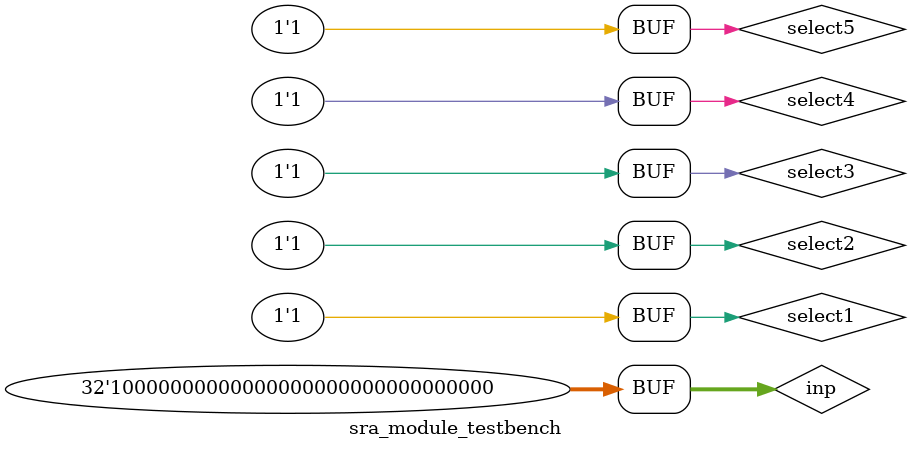
<source format=v>

`define DELAY 20
module sra_module_testbench();
reg   [31:0]inp;
wire  [31:0]outfifth;

reg select1,select2,select3,select4,select5;

sra_module call(outfifth, inp, select1,select2,select3,select4,select5);

initial begin

inp=32'b11111111111111111111111111111110; select1=1'b1;  select2=1'b0;  select3=1'b0;  select4=1'b0;  select5=1'b0;
#`DELAY;

inp=32'b11111111111111111111111111111010; select1=1'b0;  select2=1'b1;  select3=1'b0;  select4=1'b0;  select5=1'b0;
#`DELAY;

inp=32'b11111111111111111111111111110010; select1=1'b1;  select2=1'b1;  select3=1'b0;  select4=1'b0;  select5=1'b0;
#`DELAY;


inp=32'b10000000000000000000000000000000; select1=1'b0;  select2=1'b0;  select3=1'b0;  select4=1'b0;  select5=1'b1;
#`DELAY;


inp=32'b10000000000000000000000000000000; select1=1'b1;  select2=1'b1;  select3=1'b1;  select4=1'b1;  select5=1'b0;
#`DELAY;


inp=32'b10000000000000000000000000000000; select1=1'b1;  select2=1'b1;  select3=1'b1;  select4=1'b1;  select5=1'b1;
#`DELAY;

end

 
initial
begin
$monitor("time = %2d, inp =%32b, out=%32b, select1=%1b, select2=%1b, select3=%1b, select4=%1b, select5=%1b ", $time, inp, outfifth, select1, select2, select3, select4, select5);
end
endmodule
</source>
